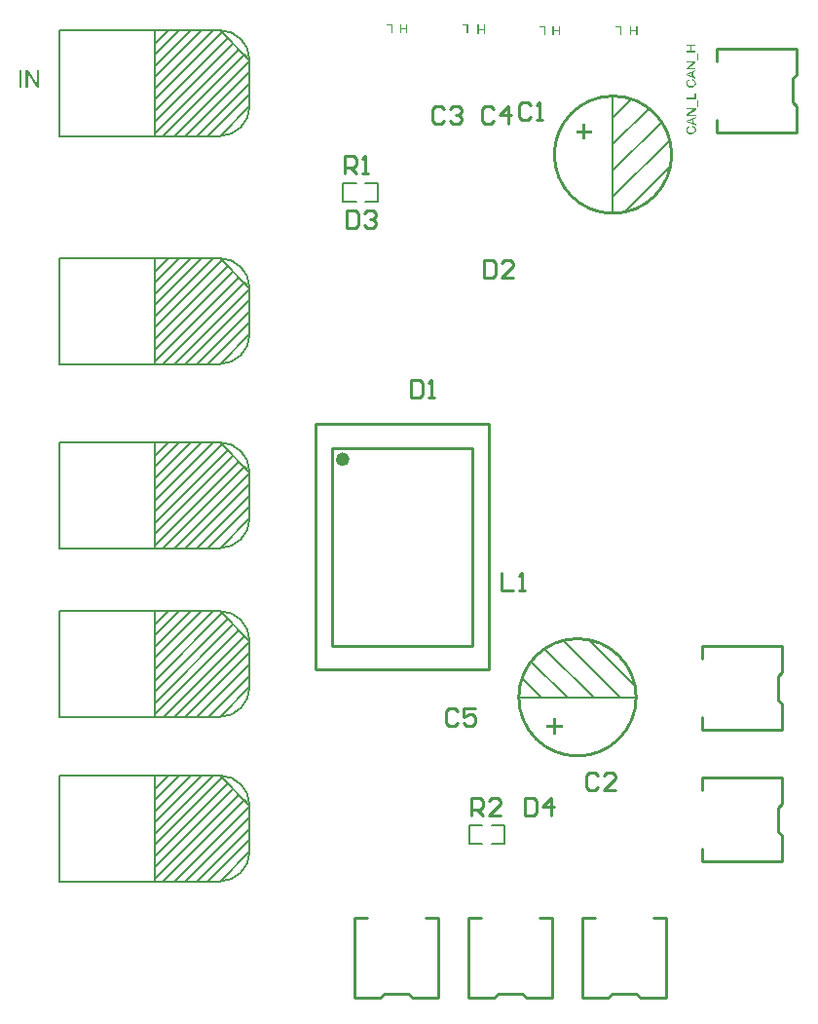
<source format=gto>
G04 Layer_Color=65535*
%FSLAX25Y25*%
%MOIN*%
G70*
G01*
G75*
%ADD25C,0.00800*%
%ADD36C,0.02362*%
%ADD37C,0.01000*%
%ADD38C,0.00787*%
G36*
X212946Y335803D02*
X212521D01*
Y338621D01*
X210945D01*
Y339000D01*
X212946D01*
Y335803D01*
D02*
G37*
G36*
X187000D02*
X186575D01*
Y338621D01*
X185000D01*
Y339000D01*
X187000D01*
Y335803D01*
D02*
G37*
G36*
X237491Y320802D02*
X237519Y320793D01*
X237556Y320779D01*
X237597Y320765D01*
X237648Y320747D01*
X237703Y320724D01*
X237764Y320696D01*
X237893Y320632D01*
X238022Y320548D01*
X238087Y320497D01*
X238152Y320447D01*
X238207Y320391D01*
X238263Y320327D01*
X238267Y320322D01*
X238276Y320313D01*
X238286Y320290D01*
X238304Y320267D01*
X238327Y320230D01*
X238350Y320193D01*
X238373Y320142D01*
X238397Y320091D01*
X238424Y320031D01*
X238447Y319966D01*
X238470Y319897D01*
X238493Y319823D01*
X238512Y319744D01*
X238521Y319661D01*
X238530Y319573D01*
X238535Y319481D01*
Y319477D01*
Y319458D01*
Y319430D01*
X238530Y319393D01*
Y319352D01*
X238526Y319301D01*
X238517Y319246D01*
X238507Y319181D01*
X238484Y319047D01*
X238447Y318908D01*
X238397Y318770D01*
X238364Y318705D01*
X238327Y318640D01*
X238323Y318636D01*
X238318Y318626D01*
X238304Y318608D01*
X238286Y318589D01*
X238267Y318562D01*
X238239Y318529D01*
X238207Y318493D01*
X238170Y318456D01*
X238128Y318419D01*
X238087Y318377D01*
X237981Y318294D01*
X237856Y318215D01*
X237717Y318146D01*
X237713D01*
X237699Y318137D01*
X237676Y318132D01*
X237648Y318118D01*
X237611Y318109D01*
X237565Y318095D01*
X237514Y318077D01*
X237459Y318063D01*
X237399Y318049D01*
X237329Y318031D01*
X237186Y318007D01*
X237024Y317989D01*
X236858Y317980D01*
X236807D01*
X236775Y317984D01*
X236729D01*
X236683Y317989D01*
X236622Y317993D01*
X236562Y318003D01*
X236428Y318026D01*
X236280Y318058D01*
X236133Y318104D01*
X235989Y318169D01*
X235985Y318174D01*
X235971Y318178D01*
X235952Y318187D01*
X235929Y318206D01*
X235897Y318225D01*
X235860Y318248D01*
X235777Y318308D01*
X235684Y318386D01*
X235592Y318479D01*
X235500Y318585D01*
X235421Y318710D01*
X235417Y318714D01*
X235412Y318728D01*
X235403Y318747D01*
X235389Y318770D01*
X235375Y318807D01*
X235361Y318844D01*
X235343Y318890D01*
X235324Y318941D01*
X235306Y318996D01*
X235287Y319056D01*
X235260Y319185D01*
X235236Y319333D01*
X235227Y319486D01*
Y319490D01*
Y319509D01*
Y319532D01*
X235232Y319564D01*
X235236Y319606D01*
X235241Y319657D01*
X235246Y319707D01*
X235260Y319768D01*
X235287Y319892D01*
X235329Y320031D01*
X235356Y320100D01*
X235389Y320165D01*
X235430Y320230D01*
X235472Y320294D01*
X235477Y320299D01*
X235481Y320308D01*
X235495Y320327D01*
X235518Y320350D01*
X235541Y320373D01*
X235574Y320405D01*
X235611Y320438D01*
X235648Y320474D01*
X235694Y320511D01*
X235749Y320548D01*
X235805Y320590D01*
X235865Y320627D01*
X235934Y320659D01*
X236003Y320696D01*
X236077Y320724D01*
X236160Y320752D01*
X236257Y320336D01*
X236253D01*
X236244Y320331D01*
X236225Y320322D01*
X236202Y320313D01*
X236174Y320304D01*
X236137Y320290D01*
X236063Y320253D01*
X235980Y320206D01*
X235897Y320151D01*
X235819Y320082D01*
X235749Y320008D01*
X235740Y319999D01*
X235721Y319971D01*
X235698Y319925D01*
X235666Y319865D01*
X235638Y319786D01*
X235611Y319698D01*
X235592Y319592D01*
X235588Y319477D01*
Y319472D01*
Y319458D01*
Y319440D01*
X235592Y319416D01*
Y319384D01*
X235597Y319347D01*
X235611Y319259D01*
X235629Y319162D01*
X235661Y319061D01*
X235708Y318954D01*
X235768Y318857D01*
Y318853D01*
X235777Y318848D01*
X235800Y318816D01*
X235837Y318774D01*
X235892Y318724D01*
X235962Y318663D01*
X236040Y318608D01*
X236137Y318557D01*
X236244Y318511D01*
X236248D01*
X236257Y318506D01*
X236271Y318502D01*
X236294Y318497D01*
X236322Y318488D01*
X236354Y318479D01*
X236433Y318465D01*
X236525Y318446D01*
X236627Y318428D01*
X236738Y318419D01*
X236858Y318414D01*
X236927D01*
X236960Y318419D01*
X237001D01*
X237047Y318423D01*
X237098Y318428D01*
X237209Y318442D01*
X237329Y318465D01*
X237449Y318493D01*
X237569Y318529D01*
X237574D01*
X237583Y318534D01*
X237597Y318543D01*
X237620Y318552D01*
X237676Y318580D01*
X237740Y318622D01*
X237814Y318673D01*
X237893Y318737D01*
X237962Y318811D01*
X238027Y318899D01*
Y318904D01*
X238032Y318913D01*
X238041Y318927D01*
X238050Y318945D01*
X238059Y318968D01*
X238073Y318996D01*
X238101Y319061D01*
X238128Y319144D01*
X238152Y319236D01*
X238170Y319338D01*
X238175Y319444D01*
Y319449D01*
Y319458D01*
Y319477D01*
X238170Y319504D01*
Y319537D01*
X238165Y319569D01*
X238147Y319652D01*
X238124Y319749D01*
X238087Y319846D01*
X238036Y319948D01*
X238008Y319999D01*
X237971Y320045D01*
X237967Y320049D01*
X237962Y320054D01*
X237948Y320068D01*
X237934Y320086D01*
X237911Y320105D01*
X237884Y320128D01*
X237856Y320156D01*
X237819Y320179D01*
X237777Y320206D01*
X237731Y320239D01*
X237685Y320267D01*
X237630Y320294D01*
X237569Y320317D01*
X237505Y320340D01*
X237436Y320364D01*
X237362Y320382D01*
X237468Y320807D01*
X237473D01*
X237491Y320802D01*
D02*
G37*
G36*
X238480Y326383D02*
X235971Y324711D01*
X238480D01*
Y324304D01*
X235283D01*
Y324739D01*
X237796Y326416D01*
X235283D01*
Y326822D01*
X238480D01*
Y326383D01*
D02*
G37*
G36*
Y323487D02*
X237509Y323113D01*
Y321773D01*
X238480Y321426D01*
Y320978D01*
X235283Y322198D01*
Y322660D01*
X238480Y323967D01*
Y323487D01*
D02*
G37*
G36*
X160500Y336450D02*
X160075D01*
Y339268D01*
X158500D01*
Y339647D01*
X160500D01*
Y336450D01*
D02*
G37*
G36*
X192000Y335803D02*
X191575D01*
Y337115D01*
X189921D01*
Y335803D01*
X189496D01*
Y339000D01*
X189921D01*
Y337494D01*
X191575D01*
Y339000D01*
X192000D01*
Y335803D01*
D02*
G37*
G36*
X218501D02*
X218076D01*
Y337115D01*
X216422D01*
Y335803D01*
X215997D01*
Y339000D01*
X216422D01*
Y337494D01*
X218076D01*
Y339000D01*
X218501D01*
Y335803D01*
D02*
G37*
G36*
X166337Y336303D02*
X165912D01*
Y337615D01*
X164258D01*
Y336303D01*
X163833D01*
Y339500D01*
X164258D01*
Y337994D01*
X165912D01*
Y339500D01*
X166337D01*
Y336303D01*
D02*
G37*
G36*
X134809Y336450D02*
X134384D01*
Y339268D01*
X132808D01*
Y339647D01*
X134809D01*
Y336450D01*
D02*
G37*
G36*
X139730D02*
X139305D01*
Y337762D01*
X137651D01*
Y336450D01*
X137226D01*
Y339647D01*
X137651D01*
Y338141D01*
X139305D01*
Y339647D01*
X139730D01*
Y336450D01*
D02*
G37*
G36*
X239367Y327118D02*
X239085D01*
Y329719D01*
X239367D01*
Y327118D01*
D02*
G37*
G36*
X7766Y318000D02*
X7000D01*
Y323764D01*
X7766D01*
Y318000D01*
D02*
G37*
G36*
X238500Y314021D02*
X235303D01*
Y314446D01*
X238121D01*
Y316022D01*
X238500D01*
Y314021D01*
D02*
G37*
G36*
X239387Y311138D02*
X239105D01*
Y313739D01*
X239387D01*
Y311138D01*
D02*
G37*
G36*
X190600Y100011D02*
X192856D01*
Y98989D01*
X190600D01*
Y96734D01*
X189634D01*
Y98989D01*
X187379D01*
Y100011D01*
X189634D01*
Y102266D01*
X190600D01*
Y100011D01*
D02*
G37*
G36*
X200826Y303366D02*
X203081D01*
Y302400D01*
X200826D01*
Y300144D01*
X199804D01*
Y302400D01*
X197549D01*
Y303366D01*
X199804D01*
Y305622D01*
X200826D01*
Y303366D01*
D02*
G37*
G36*
X13647Y318000D02*
X12856D01*
X9841Y322523D01*
Y318000D01*
X9108D01*
Y323764D01*
X9890D01*
X12914Y319233D01*
Y323764D01*
X13647D01*
Y318000D01*
D02*
G37*
G36*
X237511Y304823D02*
X237539Y304814D01*
X237576Y304800D01*
X237618Y304786D01*
X237668Y304767D01*
X237724Y304744D01*
X237784Y304717D01*
X237913Y304652D01*
X238043Y304569D01*
X238107Y304518D01*
X238172Y304467D01*
X238227Y304412D01*
X238283Y304347D01*
X238287Y304342D01*
X238297Y304333D01*
X238306Y304310D01*
X238324Y304287D01*
X238348Y304250D01*
X238371Y304213D01*
X238394Y304162D01*
X238417Y304111D01*
X238445Y304051D01*
X238468Y303987D01*
X238491Y303917D01*
X238514Y303843D01*
X238532Y303765D01*
X238542Y303682D01*
X238551Y303594D01*
X238555Y303502D01*
Y303497D01*
Y303478D01*
Y303451D01*
X238551Y303414D01*
Y303372D01*
X238546Y303321D01*
X238537Y303266D01*
X238528Y303201D01*
X238505Y303067D01*
X238468Y302929D01*
X238417Y302790D01*
X238385Y302725D01*
X238348Y302661D01*
X238343Y302656D01*
X238338Y302647D01*
X238324Y302628D01*
X238306Y302610D01*
X238287Y302582D01*
X238260Y302550D01*
X238227Y302513D01*
X238191Y302476D01*
X238149Y302439D01*
X238107Y302397D01*
X238001Y302314D01*
X237876Y302236D01*
X237738Y302166D01*
X237733D01*
X237719Y302157D01*
X237696Y302152D01*
X237668Y302139D01*
X237631Y302129D01*
X237585Y302116D01*
X237534Y302097D01*
X237479Y302083D01*
X237419Y302069D01*
X237350Y302051D01*
X237206Y302028D01*
X237045Y302009D01*
X236878Y302000D01*
X236828D01*
X236795Y302005D01*
X236749D01*
X236703Y302009D01*
X236643Y302014D01*
X236583Y302023D01*
X236449Y302046D01*
X236301Y302079D01*
X236153Y302125D01*
X236010Y302189D01*
X236005Y302194D01*
X235991Y302199D01*
X235973Y302208D01*
X235950Y302226D01*
X235917Y302245D01*
X235880Y302268D01*
X235797Y302328D01*
X235705Y302407D01*
X235613Y302499D01*
X235520Y302605D01*
X235442Y302730D01*
X235437Y302735D01*
X235432Y302748D01*
X235423Y302767D01*
X235409Y302790D01*
X235395Y302827D01*
X235382Y302864D01*
X235363Y302910D01*
X235345Y302961D01*
X235326Y303016D01*
X235308Y303077D01*
X235280Y303206D01*
X235257Y303354D01*
X235247Y303506D01*
Y303511D01*
Y303529D01*
Y303552D01*
X235252Y303585D01*
X235257Y303626D01*
X235261Y303677D01*
X235266Y303728D01*
X235280Y303788D01*
X235308Y303913D01*
X235349Y304051D01*
X235377Y304121D01*
X235409Y304185D01*
X235451Y304250D01*
X235492Y304315D01*
X235497Y304319D01*
X235502Y304328D01*
X235515Y304347D01*
X235539Y304370D01*
X235562Y304393D01*
X235594Y304426D01*
X235631Y304458D01*
X235668Y304495D01*
X235714Y304532D01*
X235770Y304569D01*
X235825Y304610D01*
X235885Y304647D01*
X235954Y304680D01*
X236024Y304717D01*
X236098Y304744D01*
X236181Y304772D01*
X236278Y304356D01*
X236273D01*
X236264Y304352D01*
X236245Y304342D01*
X236222Y304333D01*
X236195Y304324D01*
X236158Y304310D01*
X236084Y304273D01*
X236001Y304227D01*
X235917Y304171D01*
X235839Y304102D01*
X235770Y304028D01*
X235760Y304019D01*
X235742Y303991D01*
X235719Y303945D01*
X235686Y303885D01*
X235659Y303806D01*
X235631Y303719D01*
X235613Y303612D01*
X235608Y303497D01*
Y303492D01*
Y303478D01*
Y303460D01*
X235613Y303437D01*
Y303404D01*
X235617Y303367D01*
X235631Y303280D01*
X235649Y303183D01*
X235682Y303081D01*
X235728Y302975D01*
X235788Y302878D01*
Y302873D01*
X235797Y302869D01*
X235820Y302836D01*
X235857Y302795D01*
X235913Y302744D01*
X235982Y302684D01*
X236061Y302628D01*
X236158Y302577D01*
X236264Y302531D01*
X236268D01*
X236278Y302527D01*
X236292Y302522D01*
X236315Y302517D01*
X236343Y302508D01*
X236375Y302499D01*
X236453Y302485D01*
X236546Y302467D01*
X236647Y302448D01*
X236758Y302439D01*
X236878Y302434D01*
X236948D01*
X236980Y302439D01*
X237022D01*
X237068Y302444D01*
X237119Y302448D01*
X237229Y302462D01*
X237350Y302485D01*
X237470Y302513D01*
X237590Y302550D01*
X237595D01*
X237604Y302554D01*
X237618Y302564D01*
X237641Y302573D01*
X237696Y302601D01*
X237761Y302642D01*
X237835Y302693D01*
X237913Y302758D01*
X237983Y302832D01*
X238047Y302919D01*
Y302924D01*
X238052Y302933D01*
X238061Y302947D01*
X238070Y302966D01*
X238080Y302989D01*
X238093Y303016D01*
X238121Y303081D01*
X238149Y303164D01*
X238172Y303257D01*
X238191Y303358D01*
X238195Y303465D01*
Y303469D01*
Y303478D01*
Y303497D01*
X238191Y303525D01*
Y303557D01*
X238186Y303589D01*
X238167Y303672D01*
X238144Y303769D01*
X238107Y303867D01*
X238056Y303968D01*
X238029Y304019D01*
X237992Y304065D01*
X237987Y304070D01*
X237983Y304074D01*
X237969Y304088D01*
X237955Y304107D01*
X237932Y304125D01*
X237904Y304148D01*
X237876Y304176D01*
X237839Y304199D01*
X237798Y304227D01*
X237752Y304259D01*
X237705Y304287D01*
X237650Y304315D01*
X237590Y304338D01*
X237525Y304361D01*
X237456Y304384D01*
X237382Y304402D01*
X237488Y304827D01*
X237493D01*
X237511Y304823D01*
D02*
G37*
G36*
X238480Y332112D02*
X236974D01*
Y330458D01*
X238480D01*
Y330033D01*
X235283D01*
Y330458D01*
X236595D01*
Y332112D01*
X235283D01*
Y332537D01*
X238480D01*
Y332112D01*
D02*
G37*
G36*
X238500Y307507D02*
X237530Y307133D01*
Y305793D01*
X238500Y305447D01*
Y304998D01*
X235303Y306218D01*
Y306680D01*
X238500Y307987D01*
Y307507D01*
D02*
G37*
G36*
Y310404D02*
X235991Y308731D01*
X238500D01*
Y308325D01*
X235303D01*
Y308759D01*
X237816Y310436D01*
X235303D01*
Y310843D01*
X238500D01*
Y310404D01*
D02*
G37*
%LPC*%
G36*
X237163Y322978D02*
X236285Y322646D01*
X236280D01*
X236267Y322641D01*
X236244Y322632D01*
X236216Y322623D01*
X236184Y322609D01*
X236142Y322595D01*
X236096Y322581D01*
X236050Y322563D01*
X235943Y322526D01*
X235832Y322489D01*
X235721Y322452D01*
X235615Y322420D01*
X235620D01*
X235629Y322415D01*
X235648D01*
X235666Y322406D01*
X235698Y322401D01*
X235731Y322392D01*
X235809Y322373D01*
X235902Y322350D01*
X236003Y322318D01*
X236114Y322286D01*
X236230Y322244D01*
X237163Y321897D01*
Y322978D01*
D02*
G37*
G36*
X237183Y306999D02*
X236305Y306666D01*
X236301D01*
X236287Y306662D01*
X236264Y306652D01*
X236236Y306643D01*
X236204Y306629D01*
X236162Y306615D01*
X236116Y306602D01*
X236070Y306583D01*
X235964Y306546D01*
X235853Y306509D01*
X235742Y306472D01*
X235636Y306440D01*
X235640D01*
X235649Y306435D01*
X235668D01*
X235686Y306426D01*
X235719Y306421D01*
X235751Y306412D01*
X235830Y306394D01*
X235922Y306370D01*
X236024Y306338D01*
X236135Y306306D01*
X236250Y306264D01*
X237183Y305918D01*
Y306999D01*
D02*
G37*
%LPD*%
D25*
X85756Y327370D02*
G03*
X75520Y337606I-10236J0D01*
G01*
Y301386D02*
G03*
X85756Y311622I0J10236D01*
G01*
Y186370D02*
G03*
X75520Y196606I-10236J0D01*
G01*
Y160386D02*
G03*
X85756Y170622I0J10236D01*
G01*
Y128638D02*
G03*
X75520Y138874I-10236J0D01*
G01*
Y102654D02*
G03*
X85756Y112890I0J10236D01*
G01*
Y72378D02*
G03*
X75520Y82614I-10236J0D01*
G01*
Y46394D02*
G03*
X85756Y56630I0J10236D01*
G01*
Y249370D02*
G03*
X75520Y259606I-10236J0D01*
G01*
Y223386D02*
G03*
X85756Y233622I0J10236D01*
G01*
X20795Y337606D02*
X75520D01*
X20795Y301386D02*
X75520D01*
X20795D02*
Y337606D01*
X53276Y333033D02*
X57849Y337606D01*
X53276Y329184D02*
X61698Y337606D01*
X53276Y325334D02*
X65548Y337606D01*
X53276Y321485D02*
X69397Y337606D01*
X53276Y317635D02*
X73246Y337606D01*
X53276Y301386D02*
Y313786D01*
Y301386D02*
Y309937D01*
Y301386D02*
Y306087D01*
Y301386D02*
Y337606D01*
Y313786D02*
X76308Y336818D01*
X53276Y309937D02*
X78232Y334894D01*
X53276Y306087D02*
X80157Y332969D01*
X53440Y302402D02*
X82082Y331044D01*
X60242Y301506D02*
X85756Y327020D01*
X64135Y301550D02*
X85756Y323170D01*
X67832Y301397D02*
X85756Y319321D01*
X71725Y301440D02*
X85756Y315471D01*
X75520Y301386D02*
X85756Y311622D01*
X75520Y337606D02*
X85756Y327370D01*
Y311622D02*
Y327370D01*
X84007Y329119D02*
X85756Y327370D01*
X56349Y301462D02*
X84007Y329119D01*
X20795Y196606D02*
X75520D01*
X20795Y160386D02*
X75520D01*
X20795D02*
Y196606D01*
X53276Y192033D02*
X57849Y196606D01*
X53276Y188184D02*
X61698Y196606D01*
X53276Y184334D02*
X65548Y196606D01*
X53276Y180485D02*
X69397Y196606D01*
X53276Y176636D02*
X73246Y196606D01*
X53276Y160386D02*
Y172786D01*
Y160386D02*
Y168937D01*
Y160386D02*
Y165087D01*
Y160386D02*
Y196606D01*
Y172786D02*
X76308Y195818D01*
X53276Y168937D02*
X78232Y193894D01*
X53276Y165087D02*
X80157Y191969D01*
X53440Y161402D02*
X82082Y190044D01*
X60242Y160506D02*
X85756Y186020D01*
X64135Y160550D02*
X85756Y182170D01*
X67832Y160397D02*
X85756Y178321D01*
X71725Y160440D02*
X85756Y174471D01*
X75520Y160386D02*
X85756Y170622D01*
X75520Y196606D02*
X85756Y186370D01*
Y170622D02*
Y186370D01*
X84007Y188119D02*
X85756Y186370D01*
X56349Y160462D02*
X84007Y188119D01*
X20795Y138874D02*
X75520D01*
X20795Y102654D02*
X75520D01*
X20795D02*
Y138874D01*
X53276Y134301D02*
X57849Y138874D01*
X53276Y130451D02*
X61698Y138874D01*
X53276Y126602D02*
X65548Y138874D01*
X53276Y122753D02*
X69397Y138874D01*
X53276Y118903D02*
X73246Y138874D01*
X53276Y102654D02*
Y115054D01*
Y102654D02*
Y111205D01*
Y102654D02*
Y107355D01*
Y102654D02*
Y138874D01*
Y115054D02*
X76308Y138086D01*
X53276Y111205D02*
X78232Y136161D01*
X53276Y107355D02*
X80157Y134237D01*
X53440Y103670D02*
X82082Y132312D01*
X60242Y102774D02*
X85756Y128287D01*
X64135Y102817D02*
X85756Y124438D01*
X67832Y102664D02*
X85756Y120589D01*
X71725Y102708D02*
X85756Y116739D01*
X75520Y102654D02*
X85756Y112890D01*
X75520Y138874D02*
X85756Y128638D01*
Y112890D02*
Y128638D01*
X84007Y130387D02*
X85756Y128638D01*
X56349Y102730D02*
X84007Y130387D01*
X20795Y82614D02*
X75520D01*
X20795Y46394D02*
X75520D01*
X20795D02*
Y82614D01*
X53276Y78041D02*
X57849Y82614D01*
X53276Y74191D02*
X61698Y82614D01*
X53276Y70342D02*
X65548Y82614D01*
X53276Y66493D02*
X69397Y82614D01*
X53276Y62643D02*
X73246Y82614D01*
X53276Y46394D02*
Y58794D01*
Y46394D02*
Y54945D01*
Y46394D02*
Y51095D01*
Y46394D02*
Y82614D01*
Y58794D02*
X76308Y81826D01*
X53276Y54945D02*
X78232Y79901D01*
X53276Y51095D02*
X80157Y77977D01*
X53440Y47410D02*
X82082Y76052D01*
X60242Y46514D02*
X85756Y72027D01*
X64135Y46558D02*
X85756Y68178D01*
X67832Y46404D02*
X85756Y64329D01*
X71725Y46448D02*
X85756Y60479D01*
X75520Y46394D02*
X85756Y56630D01*
X75520Y82614D02*
X85756Y72378D01*
Y56630D02*
Y72378D01*
X84007Y74127D02*
X85756Y72378D01*
X56349Y46470D02*
X84007Y74127D01*
X20795Y259606D02*
X75520D01*
X20795Y223386D02*
X75520D01*
X20795D02*
Y259606D01*
X53276Y255033D02*
X57849Y259606D01*
X53276Y251184D02*
X61698Y259606D01*
X53276Y247334D02*
X65548Y259606D01*
X53276Y243485D02*
X69397Y259606D01*
X53276Y239635D02*
X73246Y259606D01*
X53276Y223386D02*
Y235786D01*
Y223386D02*
Y231937D01*
Y223386D02*
Y228087D01*
Y223386D02*
Y259606D01*
Y235786D02*
X76308Y258818D01*
X53276Y231937D02*
X78232Y256894D01*
X53276Y228087D02*
X80157Y254969D01*
X53440Y224402D02*
X82082Y253044D01*
X60242Y223506D02*
X85756Y249020D01*
X64135Y223550D02*
X85756Y245170D01*
X67832Y223397D02*
X85756Y241321D01*
X71725Y223440D02*
X85756Y237471D01*
X75520Y223386D02*
X85756Y233622D01*
X75520Y259606D02*
X85756Y249370D01*
Y233622D02*
Y249370D01*
X84007Y251119D02*
X85756Y249370D01*
X56349Y223462D02*
X84007Y251119D01*
D36*
X118781Y190771D02*
G03*
X118781Y190771I-1181J0D01*
G01*
D37*
X218079Y109343D02*
G03*
X218079Y109343I-20079J0D01*
G01*
X230236Y295000D02*
G03*
X230236Y295000I-20079J0D01*
G01*
X167500Y118871D02*
Y203071D01*
X108400D02*
X167500D01*
X108400Y118871D02*
Y203071D01*
Y118871D02*
X167500D01*
X114000Y194571D02*
X162000D01*
X114000Y127071D02*
Y194571D01*
Y127071D02*
X162000D01*
Y194571D01*
X266500Y71437D02*
X268074Y73011D01*
Y81799D01*
X266500Y63563D02*
X268074Y61989D01*
X240500Y53200D02*
X268059D01*
X268074Y53215D01*
Y61989D01*
X266500Y63563D02*
Y71437D01*
X240500Y81799D02*
X268059D01*
X240500Y53200D02*
Y57500D01*
Y77499D02*
Y81799D01*
X266500Y116437D02*
X268074Y118011D01*
Y126799D01*
X266500Y108563D02*
X268074Y106989D01*
X240500Y98200D02*
X268059D01*
X268074Y98215D01*
Y106989D01*
X266500Y108563D02*
Y116437D01*
X240500Y126799D02*
X268059D01*
X240500Y98200D02*
Y102500D01*
Y122499D02*
Y126799D01*
X217937Y8000D02*
X219511Y6426D01*
X228299D01*
X208489D02*
X210063Y8000D01*
X199700Y6441D02*
Y34000D01*
Y6441D02*
X199715Y6426D01*
X208489D01*
X210063Y8000D02*
X217937D01*
X228299Y6441D02*
Y34000D01*
X199700D02*
X204000D01*
X223999D02*
X228299D01*
X178937Y8000D02*
X180511Y6426D01*
X189299D01*
X169489D02*
X171063Y8000D01*
X160700Y6441D02*
Y34000D01*
Y6441D02*
X160715Y6426D01*
X169489D01*
X171063Y8000D02*
X178937D01*
X189299Y6441D02*
Y34000D01*
X160700D02*
X165000D01*
X184999D02*
X189299D01*
X139937Y8000D02*
X141511Y6426D01*
X150299D01*
X130489D02*
X132063Y8000D01*
X121700Y6441D02*
Y34000D01*
Y6441D02*
X121715Y6426D01*
X130489D01*
X132063Y8000D02*
X139937D01*
X150299Y6441D02*
Y34000D01*
X121700D02*
X126000D01*
X145999D02*
X150299D01*
X245500Y326999D02*
Y331299D01*
Y302700D02*
Y307000D01*
Y331299D02*
X273059D01*
X271500Y313063D02*
Y320937D01*
X273074Y302715D02*
Y311489D01*
X273059Y302700D02*
X273074Y302715D01*
X245500Y302700D02*
X273059D01*
X271500Y313063D02*
X273074Y311489D01*
Y322511D02*
Y331299D01*
X271500Y320937D02*
X273074Y322511D01*
X172000Y151998D02*
Y146000D01*
X175999D01*
X177998D02*
X179997D01*
X178998D01*
Y151998D01*
X177998Y150998D01*
X161550Y69050D02*
Y75048D01*
X164549D01*
X165549Y74048D01*
Y72049D01*
X164549Y71049D01*
X161550D01*
X163549D02*
X165549Y69050D01*
X171547D02*
X167548D01*
X171547Y73049D01*
Y74048D01*
X170547Y75048D01*
X168548D01*
X167548Y74048D01*
X118337Y288550D02*
Y294548D01*
X121336D01*
X122336Y293548D01*
Y291549D01*
X121336Y290549D01*
X118337D01*
X120336D02*
X122336Y288550D01*
X124335D02*
X126334D01*
X125335D01*
Y294548D01*
X124335Y293548D01*
X179850Y74948D02*
Y68950D01*
X182849D01*
X183849Y69950D01*
Y73948D01*
X182849Y74948D01*
X179850D01*
X188847Y68950D02*
Y74948D01*
X185848Y71949D01*
X189847D01*
X119000Y275998D02*
Y270000D01*
X121999D01*
X122999Y271000D01*
Y274998D01*
X121999Y275998D01*
X119000D01*
X124998Y274998D02*
X125998Y275998D01*
X127997D01*
X128997Y274998D01*
Y273999D01*
X127997Y272999D01*
X126997D01*
X127997D01*
X128997Y271999D01*
Y271000D01*
X127997Y270000D01*
X125998D01*
X124998Y271000D01*
X166000Y258998D02*
Y253000D01*
X168999D01*
X169999Y254000D01*
Y257998D01*
X168999Y258998D01*
X166000D01*
X175997Y253000D02*
X171998D01*
X175997Y256999D01*
Y257998D01*
X174997Y258998D01*
X172998D01*
X171998Y257998D01*
X141000Y217990D02*
Y211992D01*
X143999D01*
X144999Y212992D01*
Y216990D01*
X143999Y217990D01*
X141000D01*
X146998Y211992D02*
X148997D01*
X147998D01*
Y217990D01*
X146998Y216990D01*
X156999Y104498D02*
X155999Y105498D01*
X154000D01*
X153000Y104498D01*
Y100500D01*
X154000Y99500D01*
X155999D01*
X156999Y100500D01*
X162997Y105498D02*
X158998D01*
Y102499D01*
X160997Y103499D01*
X161997D01*
X162997Y102499D01*
Y100500D01*
X161997Y99500D01*
X159998D01*
X158998Y100500D01*
X169249Y310548D02*
X168249Y311548D01*
X166250D01*
X165250Y310548D01*
Y306550D01*
X166250Y305550D01*
X168249D01*
X169249Y306550D01*
X174247Y305550D02*
Y311548D01*
X171248Y308549D01*
X175247D01*
X152249Y310548D02*
X151249Y311548D01*
X149250D01*
X148250Y310548D01*
Y306550D01*
X149250Y305550D01*
X151249D01*
X152249Y306550D01*
X154248Y310548D02*
X155248Y311548D01*
X157247D01*
X158247Y310548D01*
Y309549D01*
X157247Y308549D01*
X156247D01*
X157247D01*
X158247Y307549D01*
Y306550D01*
X157247Y305550D01*
X155248D01*
X154248Y306550D01*
X204999Y82498D02*
X203999Y83498D01*
X202000D01*
X201000Y82498D01*
Y78500D01*
X202000Y77500D01*
X203999D01*
X204999Y78500D01*
X210997Y77500D02*
X206998D01*
X210997Y81499D01*
Y82498D01*
X209997Y83498D01*
X207998D01*
X206998Y82498D01*
X181999Y311998D02*
X180999Y312998D01*
X179000D01*
X178000Y311998D01*
Y308000D01*
X179000Y307000D01*
X180999D01*
X181999Y308000D01*
X183998Y307000D02*
X185997D01*
X184998D01*
Y312998D01*
X183998Y311998D01*
D38*
X177900Y109343D02*
X218100D01*
X179200Y115642D02*
X185500Y109343D01*
X182150Y121693D02*
X194500Y109343D01*
X186800Y126042D02*
X203500Y109343D01*
X192950Y128893D02*
X212500Y109343D01*
X201750Y129093D02*
X217700Y113143D01*
X210157Y274900D02*
Y315100D01*
Y307500D02*
X216458Y313800D01*
X210157Y298500D02*
X222508Y310850D01*
X210157Y289500D02*
X226857Y306200D01*
X210157Y280500D02*
X229708Y300050D01*
X213958Y275300D02*
X229907Y291250D01*
X125362Y278890D02*
X129830D01*
X117744D02*
X122212D01*
X125362Y285110D02*
X129830D01*
X117744Y278890D02*
Y285110D01*
X129830Y278890D02*
Y285110D01*
X117744D02*
X122212D01*
X168575Y59390D02*
X173043D01*
X160957D02*
X165425D01*
X168575Y65610D02*
X173043D01*
X160957Y59390D02*
Y65610D01*
X173043Y59390D02*
Y65610D01*
X160957D02*
X165425D01*
M02*

</source>
